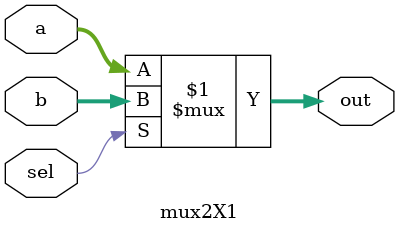
<source format=v>
module barrel_shifter (in, ctrl, out);
  input  [7:0] in;
  input [2:0] ctrl;
  output [7:0] out;
  wire [7:0] x,y;
wire [7:0] z;

  mux2X1 mux1 (.a(in), .b({in[3:0], in[7:4]}), .sel(ctrl[2]), .out(x));
  mux2X1 mux2 (.a(x), .b({x[5:0], x[7:6]}), .sel(ctrl[1]), .out(y));
  mux2X1 mux3 (.a(y), .b({y[6:0], y[7]}), .sel(ctrl[0]), .out(z));

  assign out = z;
endmodule

module mux2X1 (a, b, sel, out);
  input [7:0] a, b;
  input sel;
  output [7:0] out;

  assign out = sel ? b : a;
endmodule
</source>
